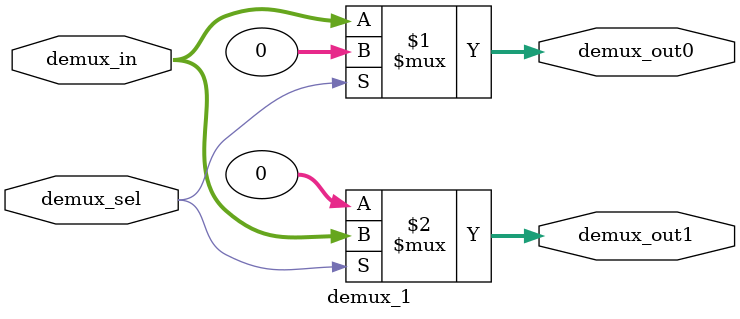
<source format=v>
module demux_1 (
    input  wire [31:0] demux_in,
    input  wire        demux_sel,
    output wire [31:0] demux_out0,
    output wire [31:0] demux_out1
);

assign demux_out0 = demux_sel ? 32'b0 : demux_in;
assign demux_out1 = demux_sel ? demux_in : 32'b0;

endmodule
</source>
